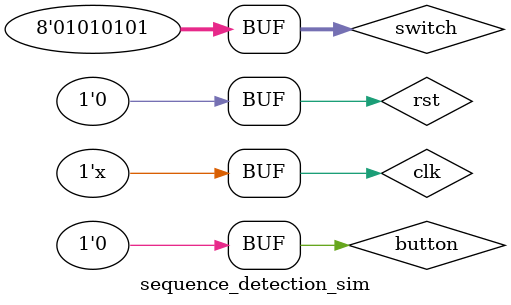
<source format=v>
`timescale 1ns/1ps        

module sequence_detection_sim();   
    reg clk;
    reg rst;
    reg button;
    reg[7:0] switch;
    wire led;
    
   initial    
   begin
        clk = 1'b0;rst = 1'b1;button = 1'b0;switch = 8'b11111010;   
        #5 rst = 1'b0;
        #20 button = 1'b1;
        #20 button = 1'b0;
        #100 button = 1'b1;switch = 8'b01010101;
        #20 button = 1'b0;                                                              
   end
   always #5 clk = ~clk;
      
   sequence_detection u_sequence_detection(
        .clk(clk),
        .rst(rst),
        .button(button),
        .switch(switch),
        .led(led)
   );
endmodule

</source>
